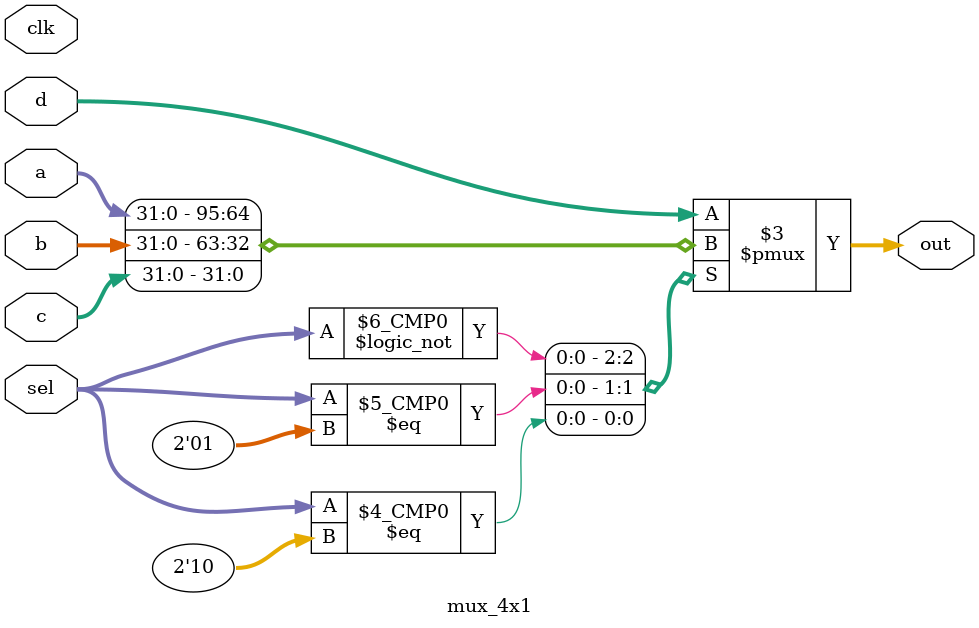
<source format=v>
module mux_4x1 (
    input wire        clk,
    input wire [31:0] a,
    input wire [31:0] b,
    input wire [31:0] c,
    input wire [31:0] d,
    input wire [1:0]  sel,

    output reg [31:0] out
);

  always@(*)begin
    case(sel)
      2'b00: out = a;
      2'b01: out = b;
      2'b10: out = c;
      default: out = d;
    endcase
  end
endmodule
</source>
